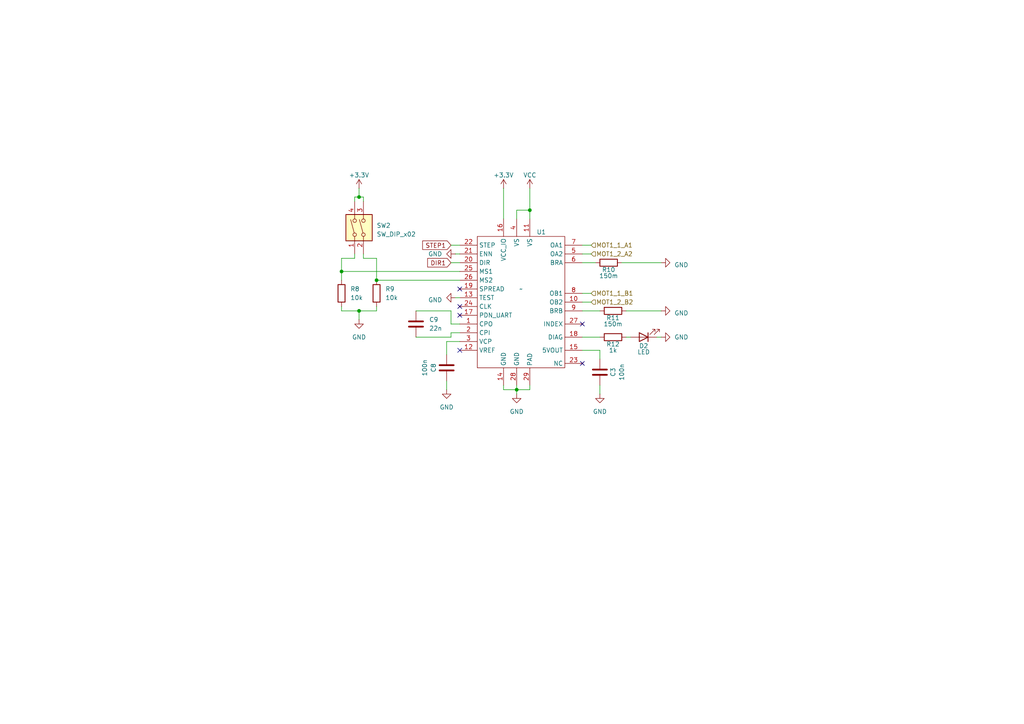
<source format=kicad_sch>
(kicad_sch
	(version 20250114)
	(generator "eeschema")
	(generator_version "9.0")
	(uuid "fc9094f0-6d8b-46ab-a227-23a41fce7153")
	(paper "A4")
	(lib_symbols
		(symbol "Device:C"
			(pin_numbers
				(hide yes)
			)
			(pin_names
				(offset 0.254)
			)
			(exclude_from_sim no)
			(in_bom yes)
			(on_board yes)
			(property "Reference" "C"
				(at 0.635 2.54 0)
				(effects
					(font
						(size 1.27 1.27)
					)
					(justify left)
				)
			)
			(property "Value" "C"
				(at 0.635 -2.54 0)
				(effects
					(font
						(size 1.27 1.27)
					)
					(justify left)
				)
			)
			(property "Footprint" ""
				(at 0.9652 -3.81 0)
				(effects
					(font
						(size 1.27 1.27)
					)
					(hide yes)
				)
			)
			(property "Datasheet" "~"
				(at 0 0 0)
				(effects
					(font
						(size 1.27 1.27)
					)
					(hide yes)
				)
			)
			(property "Description" "Unpolarized capacitor"
				(at 0 0 0)
				(effects
					(font
						(size 1.27 1.27)
					)
					(hide yes)
				)
			)
			(property "ki_keywords" "cap capacitor"
				(at 0 0 0)
				(effects
					(font
						(size 1.27 1.27)
					)
					(hide yes)
				)
			)
			(property "ki_fp_filters" "C_*"
				(at 0 0 0)
				(effects
					(font
						(size 1.27 1.27)
					)
					(hide yes)
				)
			)
			(symbol "C_0_1"
				(polyline
					(pts
						(xy -2.032 0.762) (xy 2.032 0.762)
					)
					(stroke
						(width 0.508)
						(type default)
					)
					(fill
						(type none)
					)
				)
				(polyline
					(pts
						(xy -2.032 -0.762) (xy 2.032 -0.762)
					)
					(stroke
						(width 0.508)
						(type default)
					)
					(fill
						(type none)
					)
				)
			)
			(symbol "C_1_1"
				(pin passive line
					(at 0 3.81 270)
					(length 2.794)
					(name "~"
						(effects
							(font
								(size 1.27 1.27)
							)
						)
					)
					(number "1"
						(effects
							(font
								(size 1.27 1.27)
							)
						)
					)
				)
				(pin passive line
					(at 0 -3.81 90)
					(length 2.794)
					(name "~"
						(effects
							(font
								(size 1.27 1.27)
							)
						)
					)
					(number "2"
						(effects
							(font
								(size 1.27 1.27)
							)
						)
					)
				)
			)
			(embedded_fonts no)
		)
		(symbol "Device:LED"
			(pin_numbers
				(hide yes)
			)
			(pin_names
				(offset 1.016)
				(hide yes)
			)
			(exclude_from_sim no)
			(in_bom yes)
			(on_board yes)
			(property "Reference" "D"
				(at 0 2.54 0)
				(effects
					(font
						(size 1.27 1.27)
					)
				)
			)
			(property "Value" "LED"
				(at 0 -2.54 0)
				(effects
					(font
						(size 1.27 1.27)
					)
				)
			)
			(property "Footprint" ""
				(at 0 0 0)
				(effects
					(font
						(size 1.27 1.27)
					)
					(hide yes)
				)
			)
			(property "Datasheet" "~"
				(at 0 0 0)
				(effects
					(font
						(size 1.27 1.27)
					)
					(hide yes)
				)
			)
			(property "Description" "Light emitting diode"
				(at 0 0 0)
				(effects
					(font
						(size 1.27 1.27)
					)
					(hide yes)
				)
			)
			(property "Sim.Pins" "1=K 2=A"
				(at 0 0 0)
				(effects
					(font
						(size 1.27 1.27)
					)
					(hide yes)
				)
			)
			(property "ki_keywords" "LED diode"
				(at 0 0 0)
				(effects
					(font
						(size 1.27 1.27)
					)
					(hide yes)
				)
			)
			(property "ki_fp_filters" "LED* LED_SMD:* LED_THT:*"
				(at 0 0 0)
				(effects
					(font
						(size 1.27 1.27)
					)
					(hide yes)
				)
			)
			(symbol "LED_0_1"
				(polyline
					(pts
						(xy -3.048 -0.762) (xy -4.572 -2.286) (xy -3.81 -2.286) (xy -4.572 -2.286) (xy -4.572 -1.524)
					)
					(stroke
						(width 0)
						(type default)
					)
					(fill
						(type none)
					)
				)
				(polyline
					(pts
						(xy -1.778 -0.762) (xy -3.302 -2.286) (xy -2.54 -2.286) (xy -3.302 -2.286) (xy -3.302 -1.524)
					)
					(stroke
						(width 0)
						(type default)
					)
					(fill
						(type none)
					)
				)
				(polyline
					(pts
						(xy -1.27 0) (xy 1.27 0)
					)
					(stroke
						(width 0)
						(type default)
					)
					(fill
						(type none)
					)
				)
				(polyline
					(pts
						(xy -1.27 -1.27) (xy -1.27 1.27)
					)
					(stroke
						(width 0.254)
						(type default)
					)
					(fill
						(type none)
					)
				)
				(polyline
					(pts
						(xy 1.27 -1.27) (xy 1.27 1.27) (xy -1.27 0) (xy 1.27 -1.27)
					)
					(stroke
						(width 0.254)
						(type default)
					)
					(fill
						(type none)
					)
				)
			)
			(symbol "LED_1_1"
				(pin passive line
					(at -3.81 0 0)
					(length 2.54)
					(name "K"
						(effects
							(font
								(size 1.27 1.27)
							)
						)
					)
					(number "1"
						(effects
							(font
								(size 1.27 1.27)
							)
						)
					)
				)
				(pin passive line
					(at 3.81 0 180)
					(length 2.54)
					(name "A"
						(effects
							(font
								(size 1.27 1.27)
							)
						)
					)
					(number "2"
						(effects
							(font
								(size 1.27 1.27)
							)
						)
					)
				)
			)
			(embedded_fonts no)
		)
		(symbol "Device:R"
			(pin_numbers
				(hide yes)
			)
			(pin_names
				(offset 0)
			)
			(exclude_from_sim no)
			(in_bom yes)
			(on_board yes)
			(property "Reference" "R"
				(at 2.032 0 90)
				(effects
					(font
						(size 1.27 1.27)
					)
				)
			)
			(property "Value" "R"
				(at 0 0 90)
				(effects
					(font
						(size 1.27 1.27)
					)
				)
			)
			(property "Footprint" ""
				(at -1.778 0 90)
				(effects
					(font
						(size 1.27 1.27)
					)
					(hide yes)
				)
			)
			(property "Datasheet" "~"
				(at 0 0 0)
				(effects
					(font
						(size 1.27 1.27)
					)
					(hide yes)
				)
			)
			(property "Description" "Resistor"
				(at 0 0 0)
				(effects
					(font
						(size 1.27 1.27)
					)
					(hide yes)
				)
			)
			(property "ki_keywords" "R res resistor"
				(at 0 0 0)
				(effects
					(font
						(size 1.27 1.27)
					)
					(hide yes)
				)
			)
			(property "ki_fp_filters" "R_*"
				(at 0 0 0)
				(effects
					(font
						(size 1.27 1.27)
					)
					(hide yes)
				)
			)
			(symbol "R_0_1"
				(rectangle
					(start -1.016 -2.54)
					(end 1.016 2.54)
					(stroke
						(width 0.254)
						(type default)
					)
					(fill
						(type none)
					)
				)
			)
			(symbol "R_1_1"
				(pin passive line
					(at 0 3.81 270)
					(length 1.27)
					(name "~"
						(effects
							(font
								(size 1.27 1.27)
							)
						)
					)
					(number "1"
						(effects
							(font
								(size 1.27 1.27)
							)
						)
					)
				)
				(pin passive line
					(at 0 -3.81 90)
					(length 1.27)
					(name "~"
						(effects
							(font
								(size 1.27 1.27)
							)
						)
					)
					(number "2"
						(effects
							(font
								(size 1.27 1.27)
							)
						)
					)
				)
			)
			(embedded_fonts no)
		)
		(symbol "My_Lib:TMC2225"
			(exclude_from_sim no)
			(in_bom yes)
			(on_board yes)
			(property "Reference" "U"
				(at 0 0 0)
				(effects
					(font
						(size 1.27 1.27)
					)
				)
			)
			(property "Value" ""
				(at 0 0 0)
				(effects
					(font
						(size 1.27 1.27)
					)
				)
			)
			(property "Footprint" ""
				(at 0 0 0)
				(effects
					(font
						(size 1.27 1.27)
					)
					(hide yes)
				)
			)
			(property "Datasheet" ""
				(at 0 0 0)
				(effects
					(font
						(size 1.27 1.27)
					)
					(hide yes)
				)
			)
			(property "Description" ""
				(at 0 0 0)
				(effects
					(font
						(size 1.27 1.27)
					)
					(hide yes)
				)
			)
			(symbol "TMC2225_0_0"
				(pin input line
					(at -17.78 12.7 0)
					(length 5.08)
					(name "STEP"
						(effects
							(font
								(size 1.27 1.27)
							)
						)
					)
					(number "22"
						(effects
							(font
								(size 1.27 1.27)
							)
						)
					)
				)
				(pin input line
					(at -17.78 10.16 0)
					(length 5.08)
					(name "ENN"
						(effects
							(font
								(size 1.27 1.27)
							)
						)
					)
					(number "21"
						(effects
							(font
								(size 1.27 1.27)
							)
						)
					)
				)
				(pin input line
					(at -17.78 7.62 0)
					(length 5.08)
					(name "DIR"
						(effects
							(font
								(size 1.27 1.27)
							)
						)
					)
					(number "20"
						(effects
							(font
								(size 1.27 1.27)
							)
						)
					)
				)
				(pin input line
					(at -17.78 5.08 0)
					(length 5.08)
					(name "MS1"
						(effects
							(font
								(size 1.27 1.27)
							)
						)
					)
					(number "25"
						(effects
							(font
								(size 1.27 1.27)
							)
						)
					)
				)
				(pin input line
					(at -17.78 2.54 0)
					(length 5.08)
					(name "MS2"
						(effects
							(font
								(size 1.27 1.27)
							)
						)
					)
					(number "26"
						(effects
							(font
								(size 1.27 1.27)
							)
						)
					)
				)
				(pin no_connect line
					(at -17.78 0 0)
					(length 5.08)
					(name "SPREAD"
						(effects
							(font
								(size 1.27 1.27)
							)
						)
					)
					(number "19"
						(effects
							(font
								(size 1.27 1.27)
							)
						)
					)
				)
				(pin input line
					(at -17.78 -2.54 0)
					(length 5.08)
					(name "TEST"
						(effects
							(font
								(size 1.27 1.27)
							)
						)
					)
					(number "13"
						(effects
							(font
								(size 1.27 1.27)
							)
						)
					)
				)
				(pin no_connect line
					(at -17.78 -5.08 0)
					(length 5.08)
					(name "CLK"
						(effects
							(font
								(size 1.27 1.27)
							)
						)
					)
					(number "24"
						(effects
							(font
								(size 1.27 1.27)
							)
						)
					)
				)
				(pin no_connect line
					(at -17.78 -7.62 0)
					(length 5.08)
					(name "PDN_UART"
						(effects
							(font
								(size 1.27 1.27)
							)
						)
					)
					(number "17"
						(effects
							(font
								(size 1.27 1.27)
							)
						)
					)
				)
				(pin passive line
					(at -17.78 -10.16 0)
					(length 5.08)
					(name "CPO"
						(effects
							(font
								(size 1.27 1.27)
							)
						)
					)
					(number "1"
						(effects
							(font
								(size 1.27 1.27)
							)
						)
					)
				)
				(pin passive line
					(at -17.78 -12.7 0)
					(length 5.08)
					(name "CPI"
						(effects
							(font
								(size 1.27 1.27)
							)
						)
					)
					(number "2"
						(effects
							(font
								(size 1.27 1.27)
							)
						)
					)
				)
				(pin passive line
					(at -17.78 -15.24 0)
					(length 5.08)
					(name "VCP"
						(effects
							(font
								(size 1.27 1.27)
							)
						)
					)
					(number "3"
						(effects
							(font
								(size 1.27 1.27)
							)
						)
					)
				)
				(pin input line
					(at -17.78 -17.78 0)
					(length 5.08)
					(name "VREF"
						(effects
							(font
								(size 1.27 1.27)
							)
						)
					)
					(number "12"
						(effects
							(font
								(size 1.27 1.27)
							)
						)
					)
				)
				(pin input line
					(at -5.08 20.32 270)
					(length 5.08)
					(name "VCC_IO"
						(effects
							(font
								(size 1.27 1.27)
							)
						)
					)
					(number "16"
						(effects
							(font
								(size 1.27 1.27)
							)
						)
					)
				)
				(pin input line
					(at -5.08 -27.94 90)
					(length 5.08)
					(name "GND"
						(effects
							(font
								(size 1.27 1.27)
							)
						)
					)
					(number "14"
						(effects
							(font
								(size 1.27 1.27)
							)
						)
					)
				)
				(pin input line
					(at -1.27 20.32 270)
					(length 5.08)
					(name "VS"
						(effects
							(font
								(size 1.27 1.27)
							)
						)
					)
					(number "4"
						(effects
							(font
								(size 1.27 1.27)
							)
						)
					)
				)
				(pin input line
					(at -1.27 -27.94 90)
					(length 5.08)
					(name "GND"
						(effects
							(font
								(size 1.27 1.27)
							)
						)
					)
					(number "28"
						(effects
							(font
								(size 1.27 1.27)
							)
						)
					)
				)
				(pin input line
					(at 2.54 20.32 270)
					(length 5.08)
					(name "VS"
						(effects
							(font
								(size 1.27 1.27)
							)
						)
					)
					(number "11"
						(effects
							(font
								(size 1.27 1.27)
							)
						)
					)
				)
				(pin input line
					(at 2.54 -27.94 90)
					(length 5.08)
					(name "PAD"
						(effects
							(font
								(size 1.27 1.27)
							)
						)
					)
					(number "29"
						(effects
							(font
								(size 1.27 1.27)
							)
						)
					)
				)
				(pin output line
					(at 17.78 12.7 180)
					(length 5.08)
					(name "OA1"
						(effects
							(font
								(size 1.27 1.27)
							)
						)
					)
					(number "7"
						(effects
							(font
								(size 1.27 1.27)
							)
						)
					)
				)
				(pin output line
					(at 17.78 10.16 180)
					(length 5.08)
					(name "OA2"
						(effects
							(font
								(size 1.27 1.27)
							)
						)
					)
					(number "5"
						(effects
							(font
								(size 1.27 1.27)
							)
						)
					)
				)
				(pin output line
					(at 17.78 7.62 180)
					(length 5.08)
					(name "BRA"
						(effects
							(font
								(size 1.27 1.27)
							)
						)
					)
					(number "6"
						(effects
							(font
								(size 1.27 1.27)
							)
						)
					)
				)
				(pin output line
					(at 17.78 -1.27 180)
					(length 5.08)
					(name "OB1"
						(effects
							(font
								(size 1.27 1.27)
							)
						)
					)
					(number "8"
						(effects
							(font
								(size 1.27 1.27)
							)
						)
					)
				)
				(pin output line
					(at 17.78 -3.81 180)
					(length 5.08)
					(name "OB2"
						(effects
							(font
								(size 1.27 1.27)
							)
						)
					)
					(number "10"
						(effects
							(font
								(size 1.27 1.27)
							)
						)
					)
				)
				(pin output line
					(at 17.78 -6.35 180)
					(length 5.08)
					(name "BRB"
						(effects
							(font
								(size 1.27 1.27)
							)
						)
					)
					(number "9"
						(effects
							(font
								(size 1.27 1.27)
							)
						)
					)
				)
				(pin no_connect line
					(at 17.78 -10.16 180)
					(length 5.08)
					(name "INDEX"
						(effects
							(font
								(size 1.27 1.27)
							)
						)
					)
					(number "27"
						(effects
							(font
								(size 1.27 1.27)
							)
						)
					)
				)
				(pin output line
					(at 17.78 -13.97 180)
					(length 5.08)
					(name "DIAG"
						(effects
							(font
								(size 1.27 1.27)
							)
						)
					)
					(number "18"
						(effects
							(font
								(size 1.27 1.27)
							)
						)
					)
				)
				(pin passive line
					(at 17.78 -17.78 180)
					(length 5.08)
					(name "5VOUT"
						(effects
							(font
								(size 1.27 1.27)
							)
						)
					)
					(number "15"
						(effects
							(font
								(size 1.27 1.27)
							)
						)
					)
				)
				(pin no_connect line
					(at 17.78 -21.59 180)
					(length 5.08)
					(name "NC"
						(effects
							(font
								(size 1.27 1.27)
							)
						)
					)
					(number "23"
						(effects
							(font
								(size 1.27 1.27)
							)
						)
					)
				)
			)
			(symbol "TMC2225_0_1"
				(polyline
					(pts
						(xy -12.7 15.24) (xy 12.7 15.24) (xy 12.7 -22.86) (xy -12.7 -22.86) (xy -12.7 15.24)
					)
					(stroke
						(width 0.1524)
						(type solid)
					)
					(fill
						(type none)
					)
				)
			)
			(embedded_fonts no)
		)
		(symbol "Switch:SW_DIP_x02"
			(pin_names
				(offset 0)
				(hide yes)
			)
			(exclude_from_sim no)
			(in_bom yes)
			(on_board yes)
			(property "Reference" "SW"
				(at 0 6.35 0)
				(effects
					(font
						(size 1.27 1.27)
					)
				)
			)
			(property "Value" "SW_DIP_x02"
				(at 0 -3.81 0)
				(effects
					(font
						(size 1.27 1.27)
					)
				)
			)
			(property "Footprint" ""
				(at 0 0 0)
				(effects
					(font
						(size 1.27 1.27)
					)
					(hide yes)
				)
			)
			(property "Datasheet" "~"
				(at 0 0 0)
				(effects
					(font
						(size 1.27 1.27)
					)
					(hide yes)
				)
			)
			(property "Description" "2x DIP Switch, Single Pole Single Throw (SPST) switch, small symbol"
				(at 0 0 0)
				(effects
					(font
						(size 1.27 1.27)
					)
					(hide yes)
				)
			)
			(property "ki_keywords" "dip switch"
				(at 0 0 0)
				(effects
					(font
						(size 1.27 1.27)
					)
					(hide yes)
				)
			)
			(property "ki_fp_filters" "SW?DIP?x2*"
				(at 0 0 0)
				(effects
					(font
						(size 1.27 1.27)
					)
					(hide yes)
				)
			)
			(symbol "SW_DIP_x02_0_0"
				(circle
					(center -2.032 2.54)
					(radius 0.508)
					(stroke
						(width 0)
						(type default)
					)
					(fill
						(type none)
					)
				)
				(circle
					(center -2.032 0)
					(radius 0.508)
					(stroke
						(width 0)
						(type default)
					)
					(fill
						(type none)
					)
				)
				(polyline
					(pts
						(xy -1.524 2.667) (xy 2.3622 3.7084)
					)
					(stroke
						(width 0)
						(type default)
					)
					(fill
						(type none)
					)
				)
				(polyline
					(pts
						(xy -1.524 0.127) (xy 2.3622 1.1684)
					)
					(stroke
						(width 0)
						(type default)
					)
					(fill
						(type none)
					)
				)
				(circle
					(center 2.032 2.54)
					(radius 0.508)
					(stroke
						(width 0)
						(type default)
					)
					(fill
						(type none)
					)
				)
				(circle
					(center 2.032 0)
					(radius 0.508)
					(stroke
						(width 0)
						(type default)
					)
					(fill
						(type none)
					)
				)
			)
			(symbol "SW_DIP_x02_0_1"
				(rectangle
					(start -3.81 5.08)
					(end 3.81 -2.54)
					(stroke
						(width 0.254)
						(type default)
					)
					(fill
						(type background)
					)
				)
			)
			(symbol "SW_DIP_x02_1_1"
				(pin passive line
					(at -7.62 2.54 0)
					(length 5.08)
					(name "~"
						(effects
							(font
								(size 1.27 1.27)
							)
						)
					)
					(number "1"
						(effects
							(font
								(size 1.27 1.27)
							)
						)
					)
				)
				(pin passive line
					(at -7.62 0 0)
					(length 5.08)
					(name "~"
						(effects
							(font
								(size 1.27 1.27)
							)
						)
					)
					(number "2"
						(effects
							(font
								(size 1.27 1.27)
							)
						)
					)
				)
				(pin passive line
					(at 7.62 2.54 180)
					(length 5.08)
					(name "~"
						(effects
							(font
								(size 1.27 1.27)
							)
						)
					)
					(number "4"
						(effects
							(font
								(size 1.27 1.27)
							)
						)
					)
				)
				(pin passive line
					(at 7.62 0 180)
					(length 5.08)
					(name "~"
						(effects
							(font
								(size 1.27 1.27)
							)
						)
					)
					(number "3"
						(effects
							(font
								(size 1.27 1.27)
							)
						)
					)
				)
			)
			(embedded_fonts no)
		)
		(symbol "power:+3.3V"
			(power)
			(pin_numbers
				(hide yes)
			)
			(pin_names
				(offset 0)
				(hide yes)
			)
			(exclude_from_sim no)
			(in_bom yes)
			(on_board yes)
			(property "Reference" "#PWR"
				(at 0 -3.81 0)
				(effects
					(font
						(size 1.27 1.27)
					)
					(hide yes)
				)
			)
			(property "Value" "+3.3V"
				(at 0 3.556 0)
				(effects
					(font
						(size 1.27 1.27)
					)
				)
			)
			(property "Footprint" ""
				(at 0 0 0)
				(effects
					(font
						(size 1.27 1.27)
					)
					(hide yes)
				)
			)
			(property "Datasheet" ""
				(at 0 0 0)
				(effects
					(font
						(size 1.27 1.27)
					)
					(hide yes)
				)
			)
			(property "Description" "Power symbol creates a global label with name \"+3.3V\""
				(at 0 0 0)
				(effects
					(font
						(size 1.27 1.27)
					)
					(hide yes)
				)
			)
			(property "ki_keywords" "global power"
				(at 0 0 0)
				(effects
					(font
						(size 1.27 1.27)
					)
					(hide yes)
				)
			)
			(symbol "+3.3V_0_1"
				(polyline
					(pts
						(xy -0.762 1.27) (xy 0 2.54)
					)
					(stroke
						(width 0)
						(type default)
					)
					(fill
						(type none)
					)
				)
				(polyline
					(pts
						(xy 0 2.54) (xy 0.762 1.27)
					)
					(stroke
						(width 0)
						(type default)
					)
					(fill
						(type none)
					)
				)
				(polyline
					(pts
						(xy 0 0) (xy 0 2.54)
					)
					(stroke
						(width 0)
						(type default)
					)
					(fill
						(type none)
					)
				)
			)
			(symbol "+3.3V_1_1"
				(pin power_in line
					(at 0 0 90)
					(length 0)
					(name "~"
						(effects
							(font
								(size 1.27 1.27)
							)
						)
					)
					(number "1"
						(effects
							(font
								(size 1.27 1.27)
							)
						)
					)
				)
			)
			(embedded_fonts no)
		)
		(symbol "power:GND"
			(power)
			(pin_numbers
				(hide yes)
			)
			(pin_names
				(offset 0)
				(hide yes)
			)
			(exclude_from_sim no)
			(in_bom yes)
			(on_board yes)
			(property "Reference" "#PWR"
				(at 0 -6.35 0)
				(effects
					(font
						(size 1.27 1.27)
					)
					(hide yes)
				)
			)
			(property "Value" "GND"
				(at 0 -3.81 0)
				(effects
					(font
						(size 1.27 1.27)
					)
				)
			)
			(property "Footprint" ""
				(at 0 0 0)
				(effects
					(font
						(size 1.27 1.27)
					)
					(hide yes)
				)
			)
			(property "Datasheet" ""
				(at 0 0 0)
				(effects
					(font
						(size 1.27 1.27)
					)
					(hide yes)
				)
			)
			(property "Description" "Power symbol creates a global label with name \"GND\" , ground"
				(at 0 0 0)
				(effects
					(font
						(size 1.27 1.27)
					)
					(hide yes)
				)
			)
			(property "ki_keywords" "global power"
				(at 0 0 0)
				(effects
					(font
						(size 1.27 1.27)
					)
					(hide yes)
				)
			)
			(symbol "GND_0_1"
				(polyline
					(pts
						(xy 0 0) (xy 0 -1.27) (xy 1.27 -1.27) (xy 0 -2.54) (xy -1.27 -1.27) (xy 0 -1.27)
					)
					(stroke
						(width 0)
						(type default)
					)
					(fill
						(type none)
					)
				)
			)
			(symbol "GND_1_1"
				(pin power_in line
					(at 0 0 270)
					(length 0)
					(name "~"
						(effects
							(font
								(size 1.27 1.27)
							)
						)
					)
					(number "1"
						(effects
							(font
								(size 1.27 1.27)
							)
						)
					)
				)
			)
			(embedded_fonts no)
		)
		(symbol "power:VCC"
			(power)
			(pin_numbers
				(hide yes)
			)
			(pin_names
				(offset 0)
				(hide yes)
			)
			(exclude_from_sim no)
			(in_bom yes)
			(on_board yes)
			(property "Reference" "#PWR"
				(at 0 -3.81 0)
				(effects
					(font
						(size 1.27 1.27)
					)
					(hide yes)
				)
			)
			(property "Value" "VCC"
				(at 0 3.556 0)
				(effects
					(font
						(size 1.27 1.27)
					)
				)
			)
			(property "Footprint" ""
				(at 0 0 0)
				(effects
					(font
						(size 1.27 1.27)
					)
					(hide yes)
				)
			)
			(property "Datasheet" ""
				(at 0 0 0)
				(effects
					(font
						(size 1.27 1.27)
					)
					(hide yes)
				)
			)
			(property "Description" "Power symbol creates a global label with name \"VCC\""
				(at 0 0 0)
				(effects
					(font
						(size 1.27 1.27)
					)
					(hide yes)
				)
			)
			(property "ki_keywords" "global power"
				(at 0 0 0)
				(effects
					(font
						(size 1.27 1.27)
					)
					(hide yes)
				)
			)
			(symbol "VCC_0_1"
				(polyline
					(pts
						(xy -0.762 1.27) (xy 0 2.54)
					)
					(stroke
						(width 0)
						(type default)
					)
					(fill
						(type none)
					)
				)
				(polyline
					(pts
						(xy 0 2.54) (xy 0.762 1.27)
					)
					(stroke
						(width 0)
						(type default)
					)
					(fill
						(type none)
					)
				)
				(polyline
					(pts
						(xy 0 0) (xy 0 2.54)
					)
					(stroke
						(width 0)
						(type default)
					)
					(fill
						(type none)
					)
				)
			)
			(symbol "VCC_1_1"
				(pin power_in line
					(at 0 0 90)
					(length 0)
					(name "~"
						(effects
							(font
								(size 1.27 1.27)
							)
						)
					)
					(number "1"
						(effects
							(font
								(size 1.27 1.27)
							)
						)
					)
				)
			)
			(embedded_fonts no)
		)
	)
	(junction
		(at 109.22 81.28)
		(diameter 0)
		(color 0 0 0 0)
		(uuid "15e81a54-2573-446b-aae1-a6a26cb51a8f")
	)
	(junction
		(at 104.14 57.15)
		(diameter 0)
		(color 0 0 0 0)
		(uuid "23f1e256-3f2f-4368-918e-751c668eb46a")
	)
	(junction
		(at 99.06 78.74)
		(diameter 0)
		(color 0 0 0 0)
		(uuid "39bcbc93-ca9e-42a0-9ad9-9922ad632420")
	)
	(junction
		(at 153.67 60.96)
		(diameter 0)
		(color 0 0 0 0)
		(uuid "618dc99b-0a93-4bf6-ad3c-64e1d536428e")
	)
	(junction
		(at 149.86 113.03)
		(diameter 0)
		(color 0 0 0 0)
		(uuid "b168d02e-867d-40e4-a782-ee3264c99833")
	)
	(junction
		(at 104.14 90.17)
		(diameter 0)
		(color 0 0 0 0)
		(uuid "e16ae274-5da5-40b8-93a8-7b0e727a9d38")
	)
	(no_connect
		(at 133.35 83.82)
		(uuid "012a1602-5695-459c-ae74-2e311f4c2a31")
	)
	(no_connect
		(at 168.91 105.41)
		(uuid "4c2d4553-fadd-46cf-9180-a3dacd0cd802")
	)
	(no_connect
		(at 168.91 93.98)
		(uuid "93b20472-ca9b-4f25-b3ac-64b8ef308581")
	)
	(no_connect
		(at 133.35 91.44)
		(uuid "9ec4ba92-04d9-49b7-9aca-c8ff787278d5")
	)
	(no_connect
		(at 133.35 88.9)
		(uuid "c63f7267-c0cc-4cc5-9be4-2e4131b1857a")
	)
	(no_connect
		(at 133.35 101.6)
		(uuid "d45b06e7-4f25-4713-83ef-0d4ca7318027")
	)
	(wire
		(pts
			(xy 132.08 86.36) (xy 133.35 86.36)
		)
		(stroke
			(width 0)
			(type default)
		)
		(uuid "01e803be-fc94-4b34-adcb-6909ee75c7b2")
	)
	(wire
		(pts
			(xy 102.87 57.15) (xy 104.14 57.15)
		)
		(stroke
			(width 0)
			(type default)
		)
		(uuid "08189e50-7a99-44b7-b688-d57b9727404f")
	)
	(wire
		(pts
			(xy 153.67 54.61) (xy 153.67 60.96)
		)
		(stroke
			(width 0)
			(type default)
		)
		(uuid "0da51132-212d-433a-8cf7-d1cc693ac9b6")
	)
	(wire
		(pts
			(xy 153.67 111.76) (xy 153.67 113.03)
		)
		(stroke
			(width 0)
			(type default)
		)
		(uuid "1136795f-8c92-4861-b1a5-337f353273fd")
	)
	(wire
		(pts
			(xy 168.91 87.63) (xy 171.45 87.63)
		)
		(stroke
			(width 0)
			(type default)
		)
		(uuid "136abd53-a497-4124-97c9-5d842cf2df59")
	)
	(wire
		(pts
			(xy 109.22 74.93) (xy 109.22 81.28)
		)
		(stroke
			(width 0)
			(type default)
		)
		(uuid "166a124b-1254-4725-a191-ec58baa8cae5")
	)
	(wire
		(pts
			(xy 133.35 96.52) (xy 130.81 96.52)
		)
		(stroke
			(width 0)
			(type default)
		)
		(uuid "174b43d5-2b36-40b3-a756-4e642a3b43a7")
	)
	(wire
		(pts
			(xy 99.06 78.74) (xy 133.35 78.74)
		)
		(stroke
			(width 0)
			(type default)
		)
		(uuid "1a602793-6695-46a5-93cb-904d5518961b")
	)
	(wire
		(pts
			(xy 99.06 90.17) (xy 104.14 90.17)
		)
		(stroke
			(width 0)
			(type default)
		)
		(uuid "2cf46f45-311a-4a16-823c-b831bf899bec")
	)
	(wire
		(pts
			(xy 149.86 113.03) (xy 149.86 114.3)
		)
		(stroke
			(width 0)
			(type default)
		)
		(uuid "2e658881-1157-4412-accc-fb02c4a67184")
	)
	(wire
		(pts
			(xy 130.81 97.79) (xy 120.65 97.79)
		)
		(stroke
			(width 0)
			(type default)
		)
		(uuid "31edc06a-310b-4b85-8da9-7a5173227a6a")
	)
	(wire
		(pts
			(xy 149.86 113.03) (xy 153.67 113.03)
		)
		(stroke
			(width 0)
			(type default)
		)
		(uuid "3a04b91c-c600-418e-b5ad-62785692a2c8")
	)
	(wire
		(pts
			(xy 99.06 78.74) (xy 99.06 81.28)
		)
		(stroke
			(width 0)
			(type default)
		)
		(uuid "3d8c675d-c54f-495c-8b66-2f3dcc38eba5")
	)
	(wire
		(pts
			(xy 173.99 101.6) (xy 173.99 104.14)
		)
		(stroke
			(width 0)
			(type default)
		)
		(uuid "5215e1f2-6e04-4dc0-9ac3-801e7f1711cf")
	)
	(wire
		(pts
			(xy 168.91 76.2) (xy 172.72 76.2)
		)
		(stroke
			(width 0)
			(type default)
		)
		(uuid "5e5ae37a-8665-4b52-b749-54f80d7aae4a")
	)
	(wire
		(pts
			(xy 109.22 88.9) (xy 109.22 90.17)
		)
		(stroke
			(width 0)
			(type default)
		)
		(uuid "6760a2b8-c2a4-4689-8e16-c02248cf9e58")
	)
	(wire
		(pts
			(xy 129.54 113.03) (xy 129.54 110.49)
		)
		(stroke
			(width 0)
			(type default)
		)
		(uuid "680221d1-cf7d-4000-a10f-0cc235b2a154")
	)
	(wire
		(pts
			(xy 168.91 97.79) (xy 173.99 97.79)
		)
		(stroke
			(width 0)
			(type default)
		)
		(uuid "68d2b505-56ea-42ed-9f2e-b3c82e8f5b6d")
	)
	(wire
		(pts
			(xy 129.54 99.06) (xy 133.35 99.06)
		)
		(stroke
			(width 0)
			(type default)
		)
		(uuid "6b3082ba-deb2-4ac9-8d0f-3d96c41a2a33")
	)
	(wire
		(pts
			(xy 146.05 113.03) (xy 149.86 113.03)
		)
		(stroke
			(width 0)
			(type default)
		)
		(uuid "7aad893e-f128-45c7-bdfe-3427455e9619")
	)
	(wire
		(pts
			(xy 130.81 93.98) (xy 130.81 90.17)
		)
		(stroke
			(width 0)
			(type default)
		)
		(uuid "7c962033-3afc-44ee-ac61-b3430f3415f0")
	)
	(wire
		(pts
			(xy 146.05 111.76) (xy 146.05 113.03)
		)
		(stroke
			(width 0)
			(type default)
		)
		(uuid "827acdfa-d166-4d22-8294-901ad356697b")
	)
	(wire
		(pts
			(xy 104.14 54.61) (xy 104.14 57.15)
		)
		(stroke
			(width 0)
			(type default)
		)
		(uuid "8837c246-0bea-4f1e-894e-fca63e3015f7")
	)
	(wire
		(pts
			(xy 181.61 97.79) (xy 182.88 97.79)
		)
		(stroke
			(width 0)
			(type default)
		)
		(uuid "8b6c1e5b-cbbe-408d-9b83-3199db5c6cc1")
	)
	(wire
		(pts
			(xy 99.06 74.93) (xy 102.87 74.93)
		)
		(stroke
			(width 0)
			(type default)
		)
		(uuid "8de22bc2-c87c-4449-b07a-a3bcf70b1673")
	)
	(wire
		(pts
			(xy 168.91 85.09) (xy 171.45 85.09)
		)
		(stroke
			(width 0)
			(type default)
		)
		(uuid "8e46822e-f915-4f60-8804-68d2814f93d4")
	)
	(wire
		(pts
			(xy 104.14 57.15) (xy 105.41 57.15)
		)
		(stroke
			(width 0)
			(type default)
		)
		(uuid "934f9c73-da73-4a26-9f3c-a027b1334213")
	)
	(wire
		(pts
			(xy 104.14 90.17) (xy 104.14 92.71)
		)
		(stroke
			(width 0)
			(type default)
		)
		(uuid "94b3d77e-635f-45d7-8047-ffb02700583f")
	)
	(wire
		(pts
			(xy 149.86 63.5) (xy 149.86 60.96)
		)
		(stroke
			(width 0)
			(type default)
		)
		(uuid "a0a7e60c-f661-4a69-b02f-8fca472300d8")
	)
	(wire
		(pts
			(xy 130.81 96.52) (xy 130.81 97.79)
		)
		(stroke
			(width 0)
			(type default)
		)
		(uuid "a1138ccf-3542-4b96-ac5e-760b8a663209")
	)
	(wire
		(pts
			(xy 130.81 71.12) (xy 133.35 71.12)
		)
		(stroke
			(width 0)
			(type default)
		)
		(uuid "a22660af-dfc8-4b51-a5bd-6e797f3163b5")
	)
	(wire
		(pts
			(xy 180.34 76.2) (xy 191.77 76.2)
		)
		(stroke
			(width 0)
			(type default)
		)
		(uuid "a89d5ff3-85f3-4dc4-a2c4-f65f19869ef1")
	)
	(wire
		(pts
			(xy 105.41 57.15) (xy 105.41 58.42)
		)
		(stroke
			(width 0)
			(type default)
		)
		(uuid "a9419cda-6128-42f0-a4ba-e2d0821c03f4")
	)
	(wire
		(pts
			(xy 168.91 71.12) (xy 171.45 71.12)
		)
		(stroke
			(width 0)
			(type default)
		)
		(uuid "a957adaa-7dd7-4bdf-9fe1-b93ee8871380")
	)
	(wire
		(pts
			(xy 130.81 76.2) (xy 133.35 76.2)
		)
		(stroke
			(width 0)
			(type default)
		)
		(uuid "b00c9491-ef0d-4806-8ee9-8cf87161d760")
	)
	(wire
		(pts
			(xy 181.61 90.17) (xy 191.77 90.17)
		)
		(stroke
			(width 0)
			(type default)
		)
		(uuid "b5e79786-b62c-457a-a67b-3700b7b32b9a")
	)
	(wire
		(pts
			(xy 133.35 73.66) (xy 132.08 73.66)
		)
		(stroke
			(width 0)
			(type default)
		)
		(uuid "c3dca2de-72f2-4f3d-ba3c-35547f5b1886")
	)
	(wire
		(pts
			(xy 149.86 111.76) (xy 149.86 113.03)
		)
		(stroke
			(width 0)
			(type default)
		)
		(uuid "c4df93cb-dc3d-41d6-81c9-76ed5b5b209e")
	)
	(wire
		(pts
			(xy 173.99 111.76) (xy 173.99 114.3)
		)
		(stroke
			(width 0)
			(type default)
		)
		(uuid "c50e0c00-6cbc-46cf-b175-a28114b7519f")
	)
	(wire
		(pts
			(xy 99.06 78.74) (xy 99.06 74.93)
		)
		(stroke
			(width 0)
			(type default)
		)
		(uuid "c8e99a58-e771-49d3-9d9b-0b2bea51be0a")
	)
	(wire
		(pts
			(xy 109.22 74.93) (xy 105.41 74.93)
		)
		(stroke
			(width 0)
			(type default)
		)
		(uuid "cb75fd72-ab0d-4f9f-ab5e-3f197c6d2a68")
	)
	(wire
		(pts
			(xy 104.14 90.17) (xy 109.22 90.17)
		)
		(stroke
			(width 0)
			(type default)
		)
		(uuid "ccf9c5b5-d134-49c9-a991-1cb855505920")
	)
	(wire
		(pts
			(xy 120.65 90.17) (xy 130.81 90.17)
		)
		(stroke
			(width 0)
			(type default)
		)
		(uuid "d00a914d-bc64-4fa7-8ea7-6af778e2bd2f")
	)
	(wire
		(pts
			(xy 102.87 58.42) (xy 102.87 57.15)
		)
		(stroke
			(width 0)
			(type default)
		)
		(uuid "d544a395-7c0e-4b31-9f21-7a8e9190fdce")
	)
	(wire
		(pts
			(xy 168.91 101.6) (xy 173.99 101.6)
		)
		(stroke
			(width 0)
			(type default)
		)
		(uuid "d80c94e3-528a-4152-bced-cfc6b7bc5ca4")
	)
	(wire
		(pts
			(xy 146.05 54.61) (xy 146.05 63.5)
		)
		(stroke
			(width 0)
			(type default)
		)
		(uuid "db6bdadc-8ca6-4e41-b018-8b8931b09899")
	)
	(wire
		(pts
			(xy 105.41 74.93) (xy 105.41 73.66)
		)
		(stroke
			(width 0)
			(type default)
		)
		(uuid "dccb26dc-0eee-41ae-a30d-f0594eb762d0")
	)
	(wire
		(pts
			(xy 190.5 97.79) (xy 191.77 97.79)
		)
		(stroke
			(width 0)
			(type default)
		)
		(uuid "dfb4500f-f356-4e9a-86e0-187fdd84ddda")
	)
	(wire
		(pts
			(xy 168.91 90.17) (xy 173.99 90.17)
		)
		(stroke
			(width 0)
			(type default)
		)
		(uuid "e3afa10f-07d3-49bd-a064-713175b88665")
	)
	(wire
		(pts
			(xy 149.86 60.96) (xy 153.67 60.96)
		)
		(stroke
			(width 0)
			(type default)
		)
		(uuid "e494f0b9-1d66-4927-b850-a08c13b3df1b")
	)
	(wire
		(pts
			(xy 168.91 73.66) (xy 171.45 73.66)
		)
		(stroke
			(width 0)
			(type default)
		)
		(uuid "e71533d0-d22d-4b58-9e70-767d2ec647aa")
	)
	(wire
		(pts
			(xy 153.67 60.96) (xy 153.67 63.5)
		)
		(stroke
			(width 0)
			(type default)
		)
		(uuid "e798389b-ebc6-4090-9626-57c44968a27b")
	)
	(wire
		(pts
			(xy 109.22 81.28) (xy 133.35 81.28)
		)
		(stroke
			(width 0)
			(type default)
		)
		(uuid "e8777038-96a8-4133-90a9-eb9fdc102f39")
	)
	(wire
		(pts
			(xy 99.06 88.9) (xy 99.06 90.17)
		)
		(stroke
			(width 0)
			(type default)
		)
		(uuid "f5ca7f96-f781-4dcf-adba-e8995446dce5")
	)
	(wire
		(pts
			(xy 102.87 74.93) (xy 102.87 73.66)
		)
		(stroke
			(width 0)
			(type default)
		)
		(uuid "f7f1c20b-a672-4400-9360-e9119434776f")
	)
	(wire
		(pts
			(xy 129.54 102.87) (xy 129.54 99.06)
		)
		(stroke
			(width 0)
			(type default)
		)
		(uuid "f8166083-bf23-4372-94d3-45d15627718d")
	)
	(wire
		(pts
			(xy 133.35 93.98) (xy 130.81 93.98)
		)
		(stroke
			(width 0)
			(type default)
		)
		(uuid "fdea7ee0-258f-47c1-9704-764f8f06ebcf")
	)
	(global_label "DIR1"
		(shape input)
		(at 130.81 76.2 180)
		(fields_autoplaced yes)
		(effects
			(font
				(size 1.27 1.27)
			)
			(justify right)
		)
		(uuid "21c38634-f2f7-46ef-a7d2-934077d4390a")
		(property "Intersheetrefs" "${INTERSHEET_REFS}"
			(at 123.4705 76.2 0)
			(effects
				(font
					(size 1.27 1.27)
				)
				(justify right)
				(hide yes)
			)
		)
	)
	(global_label "STEP1"
		(shape input)
		(at 130.81 71.12 180)
		(fields_autoplaced yes)
		(effects
			(font
				(size 1.27 1.27)
			)
			(justify right)
		)
		(uuid "f005691c-f607-4b48-8f85-882b9777d0ea")
		(property "Intersheetrefs" "${INTERSHEET_REFS}"
			(at 122.0192 71.12 0)
			(effects
				(font
					(size 1.27 1.27)
				)
				(justify right)
				(hide yes)
			)
		)
	)
	(hierarchical_label "MOT1_1_B1"
		(shape input)
		(at 171.45 85.09 0)
		(effects
			(font
				(size 1.27 1.27)
			)
			(justify left)
		)
		(uuid "3be24093-9f6c-46f9-8f13-e16f18146571")
	)
	(hierarchical_label "MOT1_1_A1"
		(shape input)
		(at 171.45 71.12 0)
		(effects
			(font
				(size 1.27 1.27)
			)
			(justify left)
		)
		(uuid "3de0ac51-fdd3-4ede-83f5-778b6786548b")
	)
	(hierarchical_label "MOT1_2_A2"
		(shape input)
		(at 171.45 73.66 0)
		(effects
			(font
				(size 1.27 1.27)
			)
			(justify left)
		)
		(uuid "c4fdf889-2d36-497d-a13d-199437382599")
	)
	(hierarchical_label "MOT1_2_B2"
		(shape input)
		(at 171.45 87.63 0)
		(effects
			(font
				(size 1.27 1.27)
			)
			(justify left)
		)
		(uuid "d11bf51d-89ca-458f-bec3-e7b3f0e51841")
	)
	(symbol
		(lib_id "power:GND")
		(at 104.14 92.71 0)
		(unit 1)
		(exclude_from_sim no)
		(in_bom yes)
		(on_board yes)
		(dnp no)
		(fields_autoplaced yes)
		(uuid "105eea72-99ad-4b66-8cab-e1c65c89a782")
		(property "Reference" "#PWR014"
			(at 104.14 99.06 0)
			(effects
				(font
					(size 1.27 1.27)
				)
				(hide yes)
			)
		)
		(property "Value" "GND"
			(at 104.14 97.79 0)
			(effects
				(font
					(size 1.27 1.27)
				)
			)
		)
		(property "Footprint" ""
			(at 104.14 92.71 0)
			(effects
				(font
					(size 1.27 1.27)
				)
				(hide yes)
			)
		)
		(property "Datasheet" ""
			(at 104.14 92.71 0)
			(effects
				(font
					(size 1.27 1.27)
				)
				(hide yes)
			)
		)
		(property "Description" ""
			(at 104.14 92.71 0)
			(effects
				(font
					(size 1.27 1.27)
				)
			)
		)
		(pin "1"
			(uuid "3bb059f2-d131-406e-9b86-010690ddc2b3")
		)
		(instances
			(project "Projet 6 KICAD CLS COMPLET"
				(path "/917aa03c-3980-4eba-8700-b55c1cb55f0b/13863843-c0bc-4855-b513-75f510586b85"
					(reference "#PWR014")
					(unit 1)
				)
			)
		)
	)
	(symbol
		(lib_id "Device:C")
		(at 173.99 107.95 0)
		(unit 1)
		(exclude_from_sim no)
		(in_bom yes)
		(on_board yes)
		(dnp no)
		(uuid "10601346-1cc1-4254-9c2a-1d0f9acd642d")
		(property "Reference" "C3"
			(at 177.8 107.95 90)
			(effects
				(font
					(size 1.27 1.27)
				)
			)
		)
		(property "Value" "100n"
			(at 180.34 107.95 90)
			(effects
				(font
					(size 1.27 1.27)
				)
			)
		)
		(property "Footprint" ""
			(at 174.9552 111.76 0)
			(effects
				(font
					(size 1.27 1.27)
				)
				(hide yes)
			)
		)
		(property "Datasheet" "~"
			(at 173.99 107.95 0)
			(effects
				(font
					(size 1.27 1.27)
				)
				(hide yes)
			)
		)
		(property "Description" ""
			(at 173.99 107.95 0)
			(effects
				(font
					(size 1.27 1.27)
				)
			)
		)
		(pin "1"
			(uuid "b02db6eb-e7c7-44dd-a905-5d2e4e927c3f")
		)
		(pin "2"
			(uuid "dff2d520-7b63-42f2-8d5d-fced7a2e5708")
		)
		(instances
			(project "Projet 6 KICAD CLS COMPLET"
				(path "/917aa03c-3980-4eba-8700-b55c1cb55f0b/13863843-c0bc-4855-b513-75f510586b85"
					(reference "C3")
					(unit 1)
				)
			)
		)
	)
	(symbol
		(lib_id "power:+3.3V")
		(at 146.05 54.61 0)
		(unit 1)
		(exclude_from_sim no)
		(in_bom yes)
		(on_board yes)
		(dnp no)
		(fields_autoplaced yes)
		(uuid "14c23c27-3148-4c6c-9518-7853481d5a13")
		(property "Reference" "#PWR018"
			(at 146.05 58.42 0)
			(effects
				(font
					(size 1.27 1.27)
				)
				(hide yes)
			)
		)
		(property "Value" "+3.3V"
			(at 146.05 50.8 0)
			(effects
				(font
					(size 1.27 1.27)
				)
			)
		)
		(property "Footprint" ""
			(at 146.05 54.61 0)
			(effects
				(font
					(size 1.27 1.27)
				)
				(hide yes)
			)
		)
		(property "Datasheet" ""
			(at 146.05 54.61 0)
			(effects
				(font
					(size 1.27 1.27)
				)
				(hide yes)
			)
		)
		(property "Description" ""
			(at 146.05 54.61 0)
			(effects
				(font
					(size 1.27 1.27)
				)
			)
		)
		(pin "1"
			(uuid "3829a44b-b1c0-4af7-a74a-9a89f3dccaf5")
		)
		(instances
			(project "Projet 6 KICAD CLS COMPLET"
				(path "/917aa03c-3980-4eba-8700-b55c1cb55f0b/13863843-c0bc-4855-b513-75f510586b85"
					(reference "#PWR018")
					(unit 1)
				)
			)
		)
	)
	(symbol
		(lib_id "Device:C")
		(at 120.65 93.98 0)
		(unit 1)
		(exclude_from_sim no)
		(in_bom yes)
		(on_board yes)
		(dnp no)
		(fields_autoplaced yes)
		(uuid "1b0f3f25-8ec0-426f-90f7-a7357d3b611f")
		(property "Reference" "C9"
			(at 124.46 92.7099 0)
			(effects
				(font
					(size 1.27 1.27)
				)
				(justify left)
			)
		)
		(property "Value" "22n"
			(at 124.46 95.2499 0)
			(effects
				(font
					(size 1.27 1.27)
				)
				(justify left)
			)
		)
		(property "Footprint" ""
			(at 121.6152 97.79 0)
			(effects
				(font
					(size 1.27 1.27)
				)
				(hide yes)
			)
		)
		(property "Datasheet" "~"
			(at 120.65 93.98 0)
			(effects
				(font
					(size 1.27 1.27)
				)
				(hide yes)
			)
		)
		(property "Description" ""
			(at 120.65 93.98 0)
			(effects
				(font
					(size 1.27 1.27)
				)
			)
		)
		(pin "1"
			(uuid "02206105-f1cc-42df-b8cc-a3615bbe88ff")
		)
		(pin "2"
			(uuid "7988fb28-ad8e-4523-a313-d8ad76181979")
		)
		(instances
			(project "Projet 6 KICAD CLS COMPLET"
				(path "/917aa03c-3980-4eba-8700-b55c1cb55f0b/13863843-c0bc-4855-b513-75f510586b85"
					(reference "C9")
					(unit 1)
				)
			)
		)
	)
	(symbol
		(lib_id "Device:R")
		(at 109.22 85.09 0)
		(unit 1)
		(exclude_from_sim no)
		(in_bom yes)
		(on_board yes)
		(dnp no)
		(fields_autoplaced yes)
		(uuid "1f465d04-0e0a-480c-90fb-2db29af43e42")
		(property "Reference" "R9"
			(at 111.76 83.8199 0)
			(effects
				(font
					(size 1.27 1.27)
				)
				(justify left)
			)
		)
		(property "Value" "10k"
			(at 111.76 86.3599 0)
			(effects
				(font
					(size 1.27 1.27)
				)
				(justify left)
			)
		)
		(property "Footprint" ""
			(at 107.442 85.09 90)
			(effects
				(font
					(size 1.27 1.27)
				)
				(hide yes)
			)
		)
		(property "Datasheet" "~"
			(at 109.22 85.09 0)
			(effects
				(font
					(size 1.27 1.27)
				)
				(hide yes)
			)
		)
		(property "Description" ""
			(at 109.22 85.09 0)
			(effects
				(font
					(size 1.27 1.27)
				)
			)
		)
		(pin "1"
			(uuid "161cc342-4c48-42ef-b7bb-1f4d4796a21c")
		)
		(pin "2"
			(uuid "5a2f3a41-dc7e-4337-853d-1d79389003cb")
		)
		(instances
			(project "Projet 6 KICAD CLS COMPLET"
				(path "/917aa03c-3980-4eba-8700-b55c1cb55f0b/13863843-c0bc-4855-b513-75f510586b85"
					(reference "R9")
					(unit 1)
				)
			)
		)
	)
	(symbol
		(lib_id "power:GND")
		(at 132.08 86.36 270)
		(unit 1)
		(exclude_from_sim no)
		(in_bom yes)
		(on_board yes)
		(dnp no)
		(fields_autoplaced yes)
		(uuid "34c475a1-a708-4c28-b565-d832ca7bfe7a")
		(property "Reference" "#PWR017"
			(at 125.73 86.36 0)
			(effects
				(font
					(size 1.27 1.27)
				)
				(hide yes)
			)
		)
		(property "Value" "GND"
			(at 128.27 86.995 90)
			(effects
				(font
					(size 1.27 1.27)
				)
				(justify right)
			)
		)
		(property "Footprint" ""
			(at 132.08 86.36 0)
			(effects
				(font
					(size 1.27 1.27)
				)
				(hide yes)
			)
		)
		(property "Datasheet" ""
			(at 132.08 86.36 0)
			(effects
				(font
					(size 1.27 1.27)
				)
				(hide yes)
			)
		)
		(property "Description" ""
			(at 132.08 86.36 0)
			(effects
				(font
					(size 1.27 1.27)
				)
			)
		)
		(pin "1"
			(uuid "80b32ca8-999e-489b-9cfc-3abd58ce12dd")
		)
		(instances
			(project "Projet 6 KICAD CLS COMPLET"
				(path "/917aa03c-3980-4eba-8700-b55c1cb55f0b/13863843-c0bc-4855-b513-75f510586b85"
					(reference "#PWR017")
					(unit 1)
				)
			)
		)
	)
	(symbol
		(lib_id "Device:R")
		(at 176.53 76.2 270)
		(mirror x)
		(unit 1)
		(exclude_from_sim no)
		(in_bom yes)
		(on_board yes)
		(dnp no)
		(uuid "43de24d2-a7b6-4031-ae79-30cb8cabb119")
		(property "Reference" "R10"
			(at 176.53 78.232 90)
			(effects
				(font
					(size 1.27 1.27)
				)
			)
		)
		(property "Value" "150m"
			(at 176.53 80.01 90)
			(effects
				(font
					(size 1.27 1.27)
				)
			)
		)
		(property "Footprint" ""
			(at 176.53 77.978 90)
			(effects
				(font
					(size 1.27 1.27)
				)
				(hide yes)
			)
		)
		(property "Datasheet" "~"
			(at 176.53 76.2 0)
			(effects
				(font
					(size 1.27 1.27)
				)
				(hide yes)
			)
		)
		(property "Description" ""
			(at 176.53 76.2 0)
			(effects
				(font
					(size 1.27 1.27)
				)
			)
		)
		(pin "1"
			(uuid "b2792747-1d12-4d11-8289-d333f3b4054b")
		)
		(pin "2"
			(uuid "24b20019-25e0-4fb3-9a72-14fa73defa62")
		)
		(instances
			(project "Projet 6 KICAD CLS COMPLET"
				(path "/917aa03c-3980-4eba-8700-b55c1cb55f0b/13863843-c0bc-4855-b513-75f510586b85"
					(reference "R10")
					(unit 1)
				)
			)
		)
	)
	(symbol
		(lib_id "power:GND")
		(at 191.77 90.17 90)
		(unit 1)
		(exclude_from_sim no)
		(in_bom yes)
		(on_board yes)
		(dnp no)
		(fields_autoplaced yes)
		(uuid "61b83fe2-4a6c-4b02-8567-174f33338c0d")
		(property "Reference" "#PWR022"
			(at 198.12 90.17 0)
			(effects
				(font
					(size 1.27 1.27)
				)
				(hide yes)
			)
		)
		(property "Value" "GND"
			(at 195.58 90.805 90)
			(effects
				(font
					(size 1.27 1.27)
				)
				(justify right)
			)
		)
		(property "Footprint" ""
			(at 191.77 90.17 0)
			(effects
				(font
					(size 1.27 1.27)
				)
				(hide yes)
			)
		)
		(property "Datasheet" ""
			(at 191.77 90.17 0)
			(effects
				(font
					(size 1.27 1.27)
				)
				(hide yes)
			)
		)
		(property "Description" ""
			(at 191.77 90.17 0)
			(effects
				(font
					(size 1.27 1.27)
				)
			)
		)
		(pin "1"
			(uuid "a8e053fa-2a54-40e4-a6f4-8c9807f06d88")
		)
		(instances
			(project "Projet 6 KICAD CLS COMPLET"
				(path "/917aa03c-3980-4eba-8700-b55c1cb55f0b/13863843-c0bc-4855-b513-75f510586b85"
					(reference "#PWR022")
					(unit 1)
				)
			)
		)
	)
	(symbol
		(lib_id "My_Lib:TMC2225")
		(at 151.13 83.82 0)
		(unit 1)
		(exclude_from_sim no)
		(in_bom yes)
		(on_board yes)
		(dnp no)
		(fields_autoplaced yes)
		(uuid "64ec8e8a-6d80-435c-a2d6-b72ff0cbd97d")
		(property "Reference" "U1"
			(at 155.6259 67.31 0)
			(effects
				(font
					(size 1.27 1.27)
				)
				(justify left)
			)
		)
		(property "Value" "~"
			(at 151.13 83.82 0)
			(effects
				(font
					(size 1.27 1.27)
				)
			)
		)
		(property "Footprint" ""
			(at 151.13 83.82 0)
			(effects
				(font
					(size 1.27 1.27)
				)
				(hide yes)
			)
		)
		(property "Datasheet" ""
			(at 151.13 83.82 0)
			(effects
				(font
					(size 1.27 1.27)
				)
				(hide yes)
			)
		)
		(property "Description" ""
			(at 151.13 83.82 0)
			(effects
				(font
					(size 1.27 1.27)
				)
			)
		)
		(pin "1"
			(uuid "81716804-5def-4fca-b4f8-dce64a8b669c")
		)
		(pin "10"
			(uuid "c4b76d97-9f98-4a9c-8d5e-e7e6dff3f6d4")
		)
		(pin "11"
			(uuid "1a16c3d4-b3b7-42bd-8090-07fc3c7bfa5c")
		)
		(pin "12"
			(uuid "08eed7dc-d0f0-4dda-b250-bae89b889948")
		)
		(pin "13"
			(uuid "09e0e54d-4404-4b03-878a-45e08707a77a")
		)
		(pin "14"
			(uuid "dca5bac3-2680-4890-973c-dd887eabf193")
		)
		(pin "15"
			(uuid "160b7b22-b1d6-4a2f-8ceb-3be1079332af")
		)
		(pin "16"
			(uuid "e8fc4387-b1ff-4b4e-a3d8-aa8a05e029af")
		)
		(pin "17"
			(uuid "084a1b58-f52f-4adf-8718-943cee24452f")
		)
		(pin "18"
			(uuid "dd30db24-cf3a-470b-b482-2f3849b9d1bb")
		)
		(pin "19"
			(uuid "648fe6e4-6a3a-4722-b9a5-ebf041fda65c")
		)
		(pin "2"
			(uuid "53bf1b21-8454-400a-9647-06246cf8be14")
		)
		(pin "20"
			(uuid "07b86434-46df-490b-b6ce-d11756ccfa4d")
		)
		(pin "21"
			(uuid "8f2c7793-eb15-4a02-9887-7d28fd83ef87")
		)
		(pin "22"
			(uuid "fd013b5b-dbf1-4fd2-9157-7bd6e964d088")
		)
		(pin "23"
			(uuid "28fdae7b-b87b-4704-a76b-a7a8b48731f2")
		)
		(pin "24"
			(uuid "2d4ba03c-a5ee-4b82-8a8f-c782b9aa3206")
		)
		(pin "25"
			(uuid "87a3e337-5cd2-4ad0-afe4-48478c13ff5f")
		)
		(pin "26"
			(uuid "c7d2a5e2-c507-4c53-aecb-76cf9a1bd105")
		)
		(pin "27"
			(uuid "9e3b1bfe-e51e-4235-9556-a59288940f5f")
		)
		(pin "28"
			(uuid "c0e6c8af-9caa-4c6b-95b6-23c3c467d3ae")
		)
		(pin "29"
			(uuid "decffe1c-28d4-4101-baff-7d44772f3cf2")
		)
		(pin "3"
			(uuid "49723781-184e-4b4e-b001-c03b08d1ed5f")
		)
		(pin "4"
			(uuid "56159eeb-c51f-45f1-b6b1-6092a5457246")
		)
		(pin "5"
			(uuid "ab8e7af9-bf0e-4d3f-9cee-499dcde09b3e")
		)
		(pin "6"
			(uuid "5de3eed4-56a3-4801-a1e1-77349fa373fa")
		)
		(pin "7"
			(uuid "b020e43c-266f-4385-874b-04720b696a3d")
		)
		(pin "8"
			(uuid "61a781a0-508d-4689-a038-22a752378eec")
		)
		(pin "9"
			(uuid "0d3f758d-6a96-4ce2-ae67-2cde462a0c5a")
		)
		(instances
			(project "Projet 6 KICAD CLS COMPLET"
				(path "/917aa03c-3980-4eba-8700-b55c1cb55f0b/13863843-c0bc-4855-b513-75f510586b85"
					(reference "U1")
					(unit 1)
				)
			)
		)
	)
	(symbol
		(lib_id "Switch:SW_DIP_x02")
		(at 105.41 66.04 90)
		(unit 1)
		(exclude_from_sim no)
		(in_bom yes)
		(on_board yes)
		(dnp no)
		(fields_autoplaced yes)
		(uuid "6f9a9b5a-5544-4468-adfe-a90483f96c60")
		(property "Reference" "SW2"
			(at 109.22 65.405 90)
			(effects
				(font
					(size 1.27 1.27)
				)
				(justify right)
			)
		)
		(property "Value" "SW_DIP_x02"
			(at 109.22 67.945 90)
			(effects
				(font
					(size 1.27 1.27)
				)
				(justify right)
			)
		)
		(property "Footprint" ""
			(at 105.41 66.04 0)
			(effects
				(font
					(size 1.27 1.27)
				)
				(hide yes)
			)
		)
		(property "Datasheet" "~"
			(at 105.41 66.04 0)
			(effects
				(font
					(size 1.27 1.27)
				)
				(hide yes)
			)
		)
		(property "Description" ""
			(at 105.41 66.04 0)
			(effects
				(font
					(size 1.27 1.27)
				)
			)
		)
		(pin "1"
			(uuid "e1dc2421-7675-4986-8e4e-24418fad5cab")
		)
		(pin "2"
			(uuid "3d6321ed-d8f0-468f-bf30-b486fc511fdc")
		)
		(pin "3"
			(uuid "a26f5945-02f0-4a69-8582-303695f55afe")
		)
		(pin "4"
			(uuid "2abb0fc9-3a4b-453b-8ca7-6ce04f825b57")
		)
		(instances
			(project "Projet 6 KICAD CLS COMPLET"
				(path "/917aa03c-3980-4eba-8700-b55c1cb55f0b/13863843-c0bc-4855-b513-75f510586b85"
					(reference "SW2")
					(unit 1)
				)
			)
		)
	)
	(symbol
		(lib_id "Device:R")
		(at 177.8 90.17 270)
		(unit 1)
		(exclude_from_sim no)
		(in_bom yes)
		(on_board yes)
		(dnp no)
		(uuid "7901997f-e795-482c-9614-2c9ba557ef78")
		(property "Reference" "R11"
			(at 177.8 92.202 90)
			(effects
				(font
					(size 1.27 1.27)
				)
			)
		)
		(property "Value" "150m"
			(at 177.8 93.98 90)
			(effects
				(font
					(size 1.27 1.27)
				)
			)
		)
		(property "Footprint" ""
			(at 177.8 88.392 90)
			(effects
				(font
					(size 1.27 1.27)
				)
				(hide yes)
			)
		)
		(property "Datasheet" "~"
			(at 177.8 90.17 0)
			(effects
				(font
					(size 1.27 1.27)
				)
				(hide yes)
			)
		)
		(property "Description" ""
			(at 177.8 90.17 0)
			(effects
				(font
					(size 1.27 1.27)
				)
			)
		)
		(pin "1"
			(uuid "8965929b-a2de-45a5-a9d3-a145cf892f3f")
		)
		(pin "2"
			(uuid "42d2d8a1-9710-4e37-a36e-42839efd0ceb")
		)
		(instances
			(project "Projet 6 KICAD CLS COMPLET"
				(path "/917aa03c-3980-4eba-8700-b55c1cb55f0b/13863843-c0bc-4855-b513-75f510586b85"
					(reference "R11")
					(unit 1)
				)
			)
		)
	)
	(symbol
		(lib_id "power:GND")
		(at 191.77 76.2 90)
		(unit 1)
		(exclude_from_sim no)
		(in_bom yes)
		(on_board yes)
		(dnp no)
		(fields_autoplaced yes)
		(uuid "7b102de5-48a9-4857-bab2-21b348105c49")
		(property "Reference" "#PWR021"
			(at 198.12 76.2 0)
			(effects
				(font
					(size 1.27 1.27)
				)
				(hide yes)
			)
		)
		(property "Value" "GND"
			(at 195.58 76.835 90)
			(effects
				(font
					(size 1.27 1.27)
				)
				(justify right)
			)
		)
		(property "Footprint" ""
			(at 191.77 76.2 0)
			(effects
				(font
					(size 1.27 1.27)
				)
				(hide yes)
			)
		)
		(property "Datasheet" ""
			(at 191.77 76.2 0)
			(effects
				(font
					(size 1.27 1.27)
				)
				(hide yes)
			)
		)
		(property "Description" ""
			(at 191.77 76.2 0)
			(effects
				(font
					(size 1.27 1.27)
				)
			)
		)
		(pin "1"
			(uuid "b4b29e21-d44d-4925-bd6f-ea724c3a2057")
		)
		(instances
			(project "Projet 6 KICAD CLS COMPLET"
				(path "/917aa03c-3980-4eba-8700-b55c1cb55f0b/13863843-c0bc-4855-b513-75f510586b85"
					(reference "#PWR021")
					(unit 1)
				)
			)
		)
	)
	(symbol
		(lib_id "power:GND")
		(at 173.99 114.3 0)
		(unit 1)
		(exclude_from_sim no)
		(in_bom yes)
		(on_board yes)
		(dnp no)
		(fields_autoplaced yes)
		(uuid "8404da6a-0281-483c-97d9-0cd2c83f524d")
		(property "Reference" "#PWR040"
			(at 173.99 120.65 0)
			(effects
				(font
					(size 1.27 1.27)
				)
				(hide yes)
			)
		)
		(property "Value" "GND"
			(at 173.99 119.38 0)
			(effects
				(font
					(size 1.27 1.27)
				)
			)
		)
		(property "Footprint" ""
			(at 173.99 114.3 0)
			(effects
				(font
					(size 1.27 1.27)
				)
				(hide yes)
			)
		)
		(property "Datasheet" ""
			(at 173.99 114.3 0)
			(effects
				(font
					(size 1.27 1.27)
				)
				(hide yes)
			)
		)
		(property "Description" ""
			(at 173.99 114.3 0)
			(effects
				(font
					(size 1.27 1.27)
				)
			)
		)
		(pin "1"
			(uuid "8ffbbd30-8547-437a-bc96-faea4f4e1374")
		)
		(instances
			(project "Projet 6 KICAD CLS COMPLET"
				(path "/917aa03c-3980-4eba-8700-b55c1cb55f0b/13863843-c0bc-4855-b513-75f510586b85"
					(reference "#PWR040")
					(unit 1)
				)
			)
		)
	)
	(symbol
		(lib_id "power:GND")
		(at 132.08 73.66 270)
		(unit 1)
		(exclude_from_sim no)
		(in_bom yes)
		(on_board yes)
		(dnp no)
		(fields_autoplaced yes)
		(uuid "87e0c810-2f61-4571-85d6-be6564dfdaf8")
		(property "Reference" "#PWR016"
			(at 125.73 73.66 0)
			(effects
				(font
					(size 1.27 1.27)
				)
				(hide yes)
			)
		)
		(property "Value" "GND"
			(at 128.27 73.6599 90)
			(effects
				(font
					(size 1.27 1.27)
				)
				(justify right)
			)
		)
		(property "Footprint" ""
			(at 132.08 73.66 0)
			(effects
				(font
					(size 1.27 1.27)
				)
				(hide yes)
			)
		)
		(property "Datasheet" ""
			(at 132.08 73.66 0)
			(effects
				(font
					(size 1.27 1.27)
				)
				(hide yes)
			)
		)
		(property "Description" ""
			(at 132.08 73.66 0)
			(effects
				(font
					(size 1.27 1.27)
				)
			)
		)
		(pin "1"
			(uuid "053033d4-1f3f-4662-a4f3-4ff5db6df7ca")
		)
		(instances
			(project "Projet 6 KICAD CLS COMPLET"
				(path "/917aa03c-3980-4eba-8700-b55c1cb55f0b/13863843-c0bc-4855-b513-75f510586b85"
					(reference "#PWR016")
					(unit 1)
				)
			)
		)
	)
	(symbol
		(lib_id "power:GND")
		(at 191.77 97.79 90)
		(unit 1)
		(exclude_from_sim no)
		(in_bom yes)
		(on_board yes)
		(dnp no)
		(fields_autoplaced yes)
		(uuid "95ed7047-10e9-4adc-a8bd-76704e4fdb80")
		(property "Reference" "#PWR023"
			(at 198.12 97.79 0)
			(effects
				(font
					(size 1.27 1.27)
				)
				(hide yes)
			)
		)
		(property "Value" "GND"
			(at 195.58 97.7899 90)
			(effects
				(font
					(size 1.27 1.27)
				)
				(justify right)
			)
		)
		(property "Footprint" ""
			(at 191.77 97.79 0)
			(effects
				(font
					(size 1.27 1.27)
				)
				(hide yes)
			)
		)
		(property "Datasheet" ""
			(at 191.77 97.79 0)
			(effects
				(font
					(size 1.27 1.27)
				)
				(hide yes)
			)
		)
		(property "Description" ""
			(at 191.77 97.79 0)
			(effects
				(font
					(size 1.27 1.27)
				)
			)
		)
		(pin "1"
			(uuid "d0f79f80-bbe6-46a8-8a9e-394a79acc3f0")
		)
		(instances
			(project "Projet 6 KICAD CLS COMPLET"
				(path "/917aa03c-3980-4eba-8700-b55c1cb55f0b/13863843-c0bc-4855-b513-75f510586b85"
					(reference "#PWR023")
					(unit 1)
				)
			)
		)
	)
	(symbol
		(lib_id "power:GND")
		(at 129.54 113.03 0)
		(unit 1)
		(exclude_from_sim no)
		(in_bom yes)
		(on_board yes)
		(dnp no)
		(fields_autoplaced yes)
		(uuid "a855d30c-8fb9-47a3-bed4-f49dccff622a")
		(property "Reference" "#PWR015"
			(at 129.54 119.38 0)
			(effects
				(font
					(size 1.27 1.27)
				)
				(hide yes)
			)
		)
		(property "Value" "GND"
			(at 129.54 118.11 0)
			(effects
				(font
					(size 1.27 1.27)
				)
			)
		)
		(property "Footprint" ""
			(at 129.54 113.03 0)
			(effects
				(font
					(size 1.27 1.27)
				)
				(hide yes)
			)
		)
		(property "Datasheet" ""
			(at 129.54 113.03 0)
			(effects
				(font
					(size 1.27 1.27)
				)
				(hide yes)
			)
		)
		(property "Description" ""
			(at 129.54 113.03 0)
			(effects
				(font
					(size 1.27 1.27)
				)
			)
		)
		(pin "1"
			(uuid "ce09f69c-95dd-406e-b3e3-0d2206e95a70")
		)
		(instances
			(project "Projet 6 KICAD CLS COMPLET"
				(path "/917aa03c-3980-4eba-8700-b55c1cb55f0b/13863843-c0bc-4855-b513-75f510586b85"
					(reference "#PWR015")
					(unit 1)
				)
			)
		)
	)
	(symbol
		(lib_id "power:GND")
		(at 149.86 114.3 0)
		(unit 1)
		(exclude_from_sim no)
		(in_bom yes)
		(on_board yes)
		(dnp no)
		(fields_autoplaced yes)
		(uuid "b3807226-f160-47dd-a96d-f826f9ee9eeb")
		(property "Reference" "#PWR019"
			(at 149.86 120.65 0)
			(effects
				(font
					(size 1.27 1.27)
				)
				(hide yes)
			)
		)
		(property "Value" "GND"
			(at 149.86 119.38 0)
			(effects
				(font
					(size 1.27 1.27)
				)
			)
		)
		(property "Footprint" ""
			(at 149.86 114.3 0)
			(effects
				(font
					(size 1.27 1.27)
				)
				(hide yes)
			)
		)
		(property "Datasheet" ""
			(at 149.86 114.3 0)
			(effects
				(font
					(size 1.27 1.27)
				)
				(hide yes)
			)
		)
		(property "Description" ""
			(at 149.86 114.3 0)
			(effects
				(font
					(size 1.27 1.27)
				)
			)
		)
		(pin "1"
			(uuid "6a13c26e-2912-4504-88dd-f25b8e89711b")
		)
		(instances
			(project "Projet 6 KICAD CLS COMPLET"
				(path "/917aa03c-3980-4eba-8700-b55c1cb55f0b/13863843-c0bc-4855-b513-75f510586b85"
					(reference "#PWR019")
					(unit 1)
				)
			)
		)
	)
	(symbol
		(lib_id "Device:R")
		(at 99.06 85.09 0)
		(unit 1)
		(exclude_from_sim no)
		(in_bom yes)
		(on_board yes)
		(dnp no)
		(fields_autoplaced yes)
		(uuid "c314b088-8dae-4e8a-b2ed-10eac7c2babb")
		(property "Reference" "R8"
			(at 101.6 83.8199 0)
			(effects
				(font
					(size 1.27 1.27)
				)
				(justify left)
			)
		)
		(property "Value" "10k"
			(at 101.6 86.3599 0)
			(effects
				(font
					(size 1.27 1.27)
				)
				(justify left)
			)
		)
		(property "Footprint" ""
			(at 97.282 85.09 90)
			(effects
				(font
					(size 1.27 1.27)
				)
				(hide yes)
			)
		)
		(property "Datasheet" "~"
			(at 99.06 85.09 0)
			(effects
				(font
					(size 1.27 1.27)
				)
				(hide yes)
			)
		)
		(property "Description" ""
			(at 99.06 85.09 0)
			(effects
				(font
					(size 1.27 1.27)
				)
			)
		)
		(pin "1"
			(uuid "ce22a25f-1fb1-4c03-972e-5cf1bb8bc261")
		)
		(pin "2"
			(uuid "da16ba6f-6668-4772-8966-7546a5609ac5")
		)
		(instances
			(project "Projet 6 KICAD CLS COMPLET"
				(path "/917aa03c-3980-4eba-8700-b55c1cb55f0b/13863843-c0bc-4855-b513-75f510586b85"
					(reference "R8")
					(unit 1)
				)
			)
		)
	)
	(symbol
		(lib_id "power:VCC")
		(at 153.67 54.61 0)
		(unit 1)
		(exclude_from_sim no)
		(in_bom yes)
		(on_board yes)
		(dnp no)
		(fields_autoplaced yes)
		(uuid "d9165633-677a-42cf-98c2-b1b7ff4e0e1e")
		(property "Reference" "#PWR020"
			(at 153.67 58.42 0)
			(effects
				(font
					(size 1.27 1.27)
				)
				(hide yes)
			)
		)
		(property "Value" "VCC"
			(at 153.67 50.8 0)
			(effects
				(font
					(size 1.27 1.27)
				)
			)
		)
		(property "Footprint" ""
			(at 153.67 54.61 0)
			(effects
				(font
					(size 1.27 1.27)
				)
				(hide yes)
			)
		)
		(property "Datasheet" ""
			(at 153.67 54.61 0)
			(effects
				(font
					(size 1.27 1.27)
				)
				(hide yes)
			)
		)
		(property "Description" "Power symbol creates a global label with name \"VCC\""
			(at 153.67 54.61 0)
			(effects
				(font
					(size 1.27 1.27)
				)
				(hide yes)
			)
		)
		(pin "1"
			(uuid "580d9c12-3550-4395-b4ed-ae452c16a2d3")
		)
		(instances
			(project "Projet 6 KICAD CLS COMPLET"
				(path "/917aa03c-3980-4eba-8700-b55c1cb55f0b/13863843-c0bc-4855-b513-75f510586b85"
					(reference "#PWR020")
					(unit 1)
				)
			)
		)
	)
	(symbol
		(lib_id "Device:LED")
		(at 186.69 97.79 180)
		(unit 1)
		(exclude_from_sim no)
		(in_bom yes)
		(on_board yes)
		(dnp no)
		(uuid "de7f1fa1-4bc1-4b7d-aa07-fc9972d55354")
		(property "Reference" "D2"
			(at 186.69 100.33 0)
			(effects
				(font
					(size 1.27 1.27)
				)
			)
		)
		(property "Value" "LED"
			(at 186.69 102.108 0)
			(effects
				(font
					(size 1.27 1.27)
				)
			)
		)
		(property "Footprint" ""
			(at 186.69 97.79 0)
			(effects
				(font
					(size 1.27 1.27)
				)
				(hide yes)
			)
		)
		(property "Datasheet" "~"
			(at 186.69 97.79 0)
			(effects
				(font
					(size 1.27 1.27)
				)
				(hide yes)
			)
		)
		(property "Description" "Light emitting diode"
			(at 186.69 97.79 0)
			(effects
				(font
					(size 1.27 1.27)
				)
				(hide yes)
			)
		)
		(property "Sim.Pins" "1=K 2=A"
			(at 186.69 97.79 0)
			(effects
				(font
					(size 1.27 1.27)
				)
				(hide yes)
			)
		)
		(pin "1"
			(uuid "3bba596d-f793-43cc-8327-24e58b83c86b")
		)
		(pin "2"
			(uuid "0da7c8e2-6474-4852-96eb-7e80eb24f3f4")
		)
		(instances
			(project "Projet 6 KICAD CLS COMPLET"
				(path "/917aa03c-3980-4eba-8700-b55c1cb55f0b/13863843-c0bc-4855-b513-75f510586b85"
					(reference "D2")
					(unit 1)
				)
			)
		)
	)
	(symbol
		(lib_id "power:+3.3V")
		(at 104.14 54.61 0)
		(unit 1)
		(exclude_from_sim no)
		(in_bom yes)
		(on_board yes)
		(dnp no)
		(fields_autoplaced yes)
		(uuid "e8998b6a-9e46-4570-8293-6cb89ded5e97")
		(property "Reference" "#PWR05"
			(at 104.14 58.42 0)
			(effects
				(font
					(size 1.27 1.27)
				)
				(hide yes)
			)
		)
		(property "Value" "+3.3V"
			(at 104.14 50.8 0)
			(effects
				(font
					(size 1.27 1.27)
				)
			)
		)
		(property "Footprint" ""
			(at 104.14 54.61 0)
			(effects
				(font
					(size 1.27 1.27)
				)
				(hide yes)
			)
		)
		(property "Datasheet" ""
			(at 104.14 54.61 0)
			(effects
				(font
					(size 1.27 1.27)
				)
				(hide yes)
			)
		)
		(property "Description" ""
			(at 104.14 54.61 0)
			(effects
				(font
					(size 1.27 1.27)
				)
			)
		)
		(pin "1"
			(uuid "0a4ccec8-4f02-4249-ab0e-88f8911633a2")
		)
		(instances
			(project "Projet 6 KICAD CLS COMPLET"
				(path "/917aa03c-3980-4eba-8700-b55c1cb55f0b/13863843-c0bc-4855-b513-75f510586b85"
					(reference "#PWR05")
					(unit 1)
				)
			)
		)
	)
	(symbol
		(lib_id "Device:R")
		(at 177.8 97.79 270)
		(unit 1)
		(exclude_from_sim no)
		(in_bom yes)
		(on_board yes)
		(dnp no)
		(uuid "ecb8ec3d-761d-49fc-b754-4b7b33a616b4")
		(property "Reference" "R12"
			(at 177.8 99.822 90)
			(effects
				(font
					(size 1.27 1.27)
				)
			)
		)
		(property "Value" "1k"
			(at 177.8 101.6 90)
			(effects
				(font
					(size 1.27 1.27)
				)
			)
		)
		(property "Footprint" ""
			(at 177.8 96.012 90)
			(effects
				(font
					(size 1.27 1.27)
				)
				(hide yes)
			)
		)
		(property "Datasheet" "~"
			(at 177.8 97.79 0)
			(effects
				(font
					(size 1.27 1.27)
				)
				(hide yes)
			)
		)
		(property "Description" ""
			(at 177.8 97.79 0)
			(effects
				(font
					(size 1.27 1.27)
				)
			)
		)
		(pin "1"
			(uuid "b93bc2c3-8f26-4ed3-8d12-21b259056bbb")
		)
		(pin "2"
			(uuid "d66c3ca1-f608-4a6c-9a4a-cffdce485e22")
		)
		(instances
			(project "Projet 6 KICAD CLS COMPLET"
				(path "/917aa03c-3980-4eba-8700-b55c1cb55f0b/13863843-c0bc-4855-b513-75f510586b85"
					(reference "R12")
					(unit 1)
				)
			)
		)
	)
	(symbol
		(lib_id "Device:C")
		(at 129.54 106.68 180)
		(unit 1)
		(exclude_from_sim no)
		(in_bom yes)
		(on_board yes)
		(dnp no)
		(uuid "f5410651-a595-4971-8b2c-06a402cb4997")
		(property "Reference" "C8"
			(at 125.73 106.68 90)
			(effects
				(font
					(size 1.27 1.27)
				)
			)
		)
		(property "Value" "100n"
			(at 123.19 106.68 90)
			(effects
				(font
					(size 1.27 1.27)
				)
			)
		)
		(property "Footprint" ""
			(at 128.5748 102.87 0)
			(effects
				(font
					(size 1.27 1.27)
				)
				(hide yes)
			)
		)
		(property "Datasheet" "~"
			(at 129.54 106.68 0)
			(effects
				(font
					(size 1.27 1.27)
				)
				(hide yes)
			)
		)
		(property "Description" ""
			(at 129.54 106.68 0)
			(effects
				(font
					(size 1.27 1.27)
				)
			)
		)
		(pin "1"
			(uuid "4a139a0a-ad89-452b-94b3-6c79066644eb")
		)
		(pin "2"
			(uuid "ccdade49-81de-4c8b-95c7-a59ceec80cda")
		)
		(instances
			(project "Projet 6 KICAD CLS COMPLET"
				(path "/917aa03c-3980-4eba-8700-b55c1cb55f0b/13863843-c0bc-4855-b513-75f510586b85"
					(reference "C8")
					(unit 1)
				)
			)
		)
	)
)

</source>
